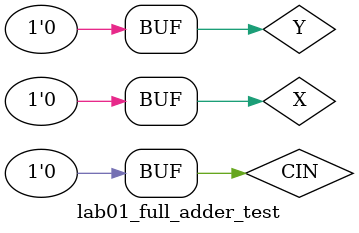
<source format=v>
`timescale 1ns / 1ps


module lab01_full_adder_test();
reg X,Y,CIN;
wire S,COUT;
lab01_full_adder FA(.cout(COUT),
                    .s(S), 
                    .cin(CIN),
                    .x(X),
                    .y(Y) 
                    );
initial
begin
X=0;Y=0;CIN=0;
#10 X=0;Y=0;CIN=1;
#10 X=0;Y=1;CIN=0;
#10 X=0;Y=1;CIN=1;
#10 X=1;Y=0;CIN=0;
#10 X=1;Y=0;CIN=1;
#10 X=1;Y=1;CIN=0;
#10 X=1;Y=1;CIN=1;
#10 X=0;Y=0;CIN=0;
end
endmodule

</source>
